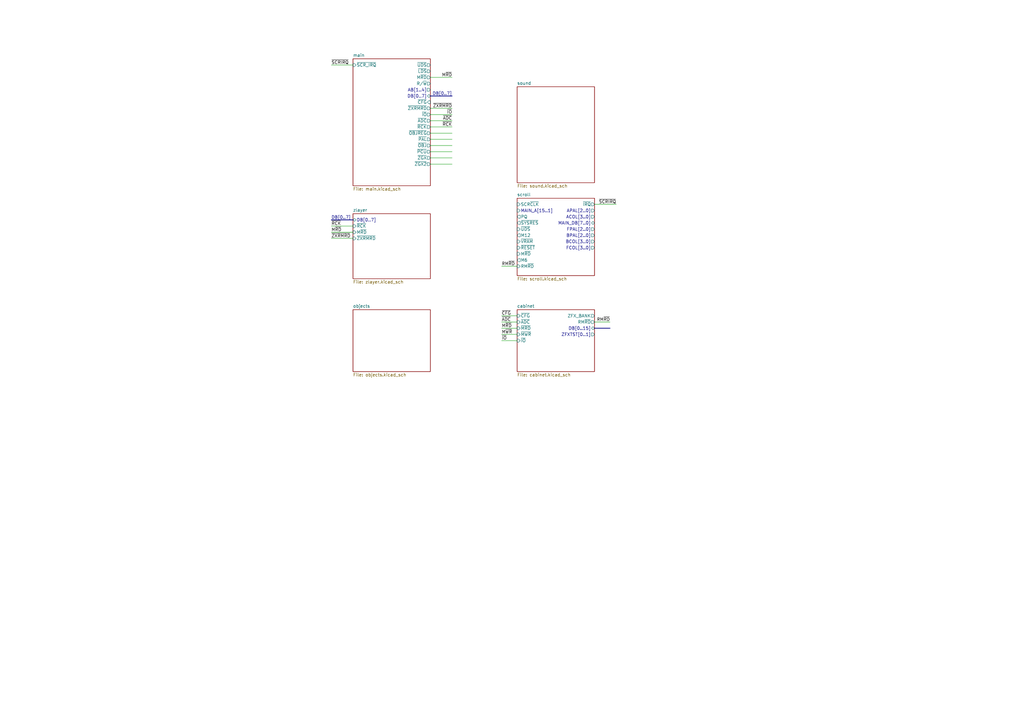
<source format=kicad_sch>
(kicad_sch
	(version 20231120)
	(generator "eeschema")
	(generator_version "8.0")
	(uuid "8184121b-5d93-49c3-ac6c-bca02e3bbc2c")
	(paper "A3")
	(title_block
		(date "2025-06-21")
		(company "JOTEGO")
	)
	(lib_symbols)
	(wire
		(pts
			(xy 205.74 109.22) (xy 212.09 109.22)
		)
		(stroke
			(width 0)
			(type default)
		)
		(uuid "07ec9b6a-c4bf-4cdc-bf78-ef35076bbd83")
	)
	(wire
		(pts
			(xy 205.74 132.08) (xy 212.09 132.08)
		)
		(stroke
			(width 0)
			(type default)
		)
		(uuid "0d7ad883-5677-4fc4-9b66-bd2fe58425c1")
	)
	(wire
		(pts
			(xy 176.53 44.45) (xy 185.42 44.45)
		)
		(stroke
			(width 0)
			(type default)
		)
		(uuid "1f304b5b-cc13-4a1e-97db-a01e35277d8e")
	)
	(wire
		(pts
			(xy 176.53 62.23) (xy 185.42 62.23)
		)
		(stroke
			(width 0)
			(type default)
		)
		(uuid "3dc05ed1-716b-44f4-87d8-a2892ebb315a")
	)
	(wire
		(pts
			(xy 243.84 83.82) (xy 252.73 83.82)
		)
		(stroke
			(width 0)
			(type default)
		)
		(uuid "40a53213-2bb0-4f92-ad38-5d9600134075")
	)
	(wire
		(pts
			(xy 205.74 139.7) (xy 212.09 139.7)
		)
		(stroke
			(width 0)
			(type default)
		)
		(uuid "42460ccd-ec6f-4436-954b-f23830e4f4b5")
	)
	(wire
		(pts
			(xy 205.74 137.16) (xy 212.09 137.16)
		)
		(stroke
			(width 0)
			(type default)
		)
		(uuid "4cd3909a-6cc0-4b2c-a21a-1d6ddf6d3ad0")
	)
	(wire
		(pts
			(xy 185.42 31.75) (xy 176.53 31.75)
		)
		(stroke
			(width 0)
			(type default)
		)
		(uuid "5e12af44-120a-49b4-80ed-fb6511ab96ae")
	)
	(wire
		(pts
			(xy 176.53 46.99) (xy 185.42 46.99)
		)
		(stroke
			(width 0)
			(type default)
		)
		(uuid "64d410fc-6446-4b12-9875-0f3612752ca5")
	)
	(wire
		(pts
			(xy 176.53 52.07) (xy 185.42 52.07)
		)
		(stroke
			(width 0)
			(type default)
		)
		(uuid "71a1db1f-8e9b-4470-a964-1cd14f4a5b48")
	)
	(wire
		(pts
			(xy 135.89 26.67) (xy 144.78 26.67)
		)
		(stroke
			(width 0)
			(type default)
		)
		(uuid "76068686-79f0-4bc8-9ccf-5dad86573727")
	)
	(wire
		(pts
			(xy 176.53 57.15) (xy 185.42 57.15)
		)
		(stroke
			(width 0)
			(type default)
		)
		(uuid "76819895-32a0-4cdb-8226-0455884047df")
	)
	(bus
		(pts
			(xy 176.53 39.37) (xy 185.42 39.37)
		)
		(stroke
			(width 0)
			(type default)
		)
		(uuid "7c5bd7e8-dfec-4a89-98dd-5544f8b183bd")
	)
	(bus
		(pts
			(xy 243.84 134.62) (xy 250.19 134.62)
		)
		(stroke
			(width 0)
			(type default)
		)
		(uuid "85abacae-cb4c-4890-bfed-80f10d143a1e")
	)
	(bus
		(pts
			(xy 144.78 90.17) (xy 135.89 90.17)
		)
		(stroke
			(width 0)
			(type default)
		)
		(uuid "88205a00-7409-4490-a64c-db690d68a435")
	)
	(wire
		(pts
			(xy 176.53 49.53) (xy 185.42 49.53)
		)
		(stroke
			(width 0)
			(type default)
		)
		(uuid "89d18f4d-a101-4127-af9a-43e4ce9d4cc9")
	)
	(wire
		(pts
			(xy 176.53 59.69) (xy 185.42 59.69)
		)
		(stroke
			(width 0)
			(type default)
		)
		(uuid "92400462-a9ea-4844-b259-be9859f6a6fb")
	)
	(wire
		(pts
			(xy 135.89 92.71) (xy 144.78 92.71)
		)
		(stroke
			(width 0)
			(type default)
		)
		(uuid "96cfe22c-5bd4-4cf2-94cf-755f2d08a9a9")
	)
	(wire
		(pts
			(xy 176.53 64.77) (xy 185.42 64.77)
		)
		(stroke
			(width 0)
			(type default)
		)
		(uuid "9cf72c73-4a1d-4b94-a171-f2a85c473bbc")
	)
	(wire
		(pts
			(xy 176.53 67.31) (xy 185.42 67.31)
		)
		(stroke
			(width 0)
			(type default)
		)
		(uuid "b4e9d2c0-7659-4e11-bd9f-d5f5530f1f06")
	)
	(wire
		(pts
			(xy 250.19 132.08) (xy 243.84 132.08)
		)
		(stroke
			(width 0)
			(type default)
		)
		(uuid "c9892306-403d-4965-81d2-87970a967a07")
	)
	(wire
		(pts
			(xy 135.89 95.25) (xy 144.78 95.25)
		)
		(stroke
			(width 0)
			(type default)
		)
		(uuid "d643fe94-7417-436f-a50c-74df677ead0d")
	)
	(wire
		(pts
			(xy 205.74 134.62) (xy 212.09 134.62)
		)
		(stroke
			(width 0)
			(type default)
		)
		(uuid "dd843e52-3836-4a57-8588-1dabd7b95574")
	)
	(wire
		(pts
			(xy 144.78 97.79) (xy 135.89 97.79)
		)
		(stroke
			(width 0)
			(type default)
		)
		(uuid "df9148fa-1c2a-45a2-b6ce-70b39357b9e2")
	)
	(wire
		(pts
			(xy 176.53 54.61) (xy 185.42 54.61)
		)
		(stroke
			(width 0)
			(type default)
		)
		(uuid "e4fb4bc4-661b-4f96-9ecc-66afc3346d5a")
	)
	(wire
		(pts
			(xy 205.74 129.54) (xy 212.09 129.54)
		)
		(stroke
			(width 0)
			(type default)
		)
		(uuid "f0f965db-7b18-4de6-b666-8cd2561b4d63")
	)
	(label "M~{RD}"
		(at 135.89 95.25 0)
		(effects
			(font
				(size 1.27 1.27)
			)
			(justify left bottom)
		)
		(uuid "31729a1c-da77-4758-8ec5-7a978828e552")
	)
	(label "M~{RD}"
		(at 185.42 31.75 180)
		(effects
			(font
				(size 1.27 1.27)
			)
			(justify right bottom)
		)
		(uuid "3f00e394-0306-4947-bdcb-ef2dd7cd7d6e")
	)
	(label "~{SCRIRQ}"
		(at 252.73 83.82 180)
		(effects
			(font
				(size 1.27 1.27)
			)
			(justify right bottom)
		)
		(uuid "43244d07-213f-4314-8ad7-2a1650742c2f")
	)
	(label "~{ZXRMRD}"
		(at 135.89 97.79 0)
		(effects
			(font
				(size 1.27 1.27)
			)
			(justify left bottom)
		)
		(uuid "43a7c0db-641a-40f6-8925-7989b38989aa")
	)
	(label "RM~{RD}"
		(at 205.74 109.22 0)
		(effects
			(font
				(size 1.27 1.27)
			)
			(justify left bottom)
		)
		(uuid "75ab55a6-e7b4-405f-9f45-77146c9f564b")
	)
	(label "~{ZXRMRD}"
		(at 185.42 44.45 180)
		(effects
			(font
				(size 1.27 1.27)
			)
			(justify right bottom)
		)
		(uuid "75be8ac2-3adc-4c7f-8f4a-627aa8b04619")
	)
	(label "~{IO}"
		(at 185.42 46.99 180)
		(effects
			(font
				(size 1.27 1.27)
			)
			(justify right bottom)
		)
		(uuid "76c213b1-ab39-4746-ba70-7e901a696fad")
	)
	(label "RM~{RD}"
		(at 250.19 132.08 180)
		(effects
			(font
				(size 1.27 1.27)
			)
			(justify right bottom)
		)
		(uuid "78840a6a-1110-4629-a855-d69fecb88939")
	)
	(label "~{RCK}"
		(at 135.89 92.71 0)
		(effects
			(font
				(size 1.27 1.27)
			)
			(justify left bottom)
		)
		(uuid "86b86561-27cf-4d8a-a894-435457005a78")
	)
	(label "~{CFG}"
		(at 205.74 129.54 0)
		(effects
			(font
				(size 1.27 1.27)
			)
			(justify left bottom)
		)
		(uuid "8c627a7b-f54b-46e7-a293-c5f9979eb8ad")
	)
	(label "M~{WR}"
		(at 205.74 137.16 0)
		(effects
			(font
				(size 1.27 1.27)
			)
			(justify left bottom)
		)
		(uuid "9d2e9cb7-450a-492d-babf-1f4ac0d800b4")
	)
	(label "DB[0..7]"
		(at 185.42 39.37 180)
		(effects
			(font
				(size 1.27 1.27)
			)
			(justify right bottom)
		)
		(uuid "9eb22cce-f1d8-4464-8943-ab5535fd3541")
	)
	(label "~{RCK}"
		(at 185.42 52.07 180)
		(effects
			(font
				(size 1.27 1.27)
			)
			(justify right bottom)
		)
		(uuid "a227cbfe-11ff-40ea-a638-2de36cbfa673")
	)
	(label "M~{RD}"
		(at 205.74 134.62 0)
		(effects
			(font
				(size 1.27 1.27)
			)
			(justify left bottom)
		)
		(uuid "a885cc94-e1c6-4d8d-b8de-953ef0435089")
	)
	(label "~{IO}"
		(at 205.74 139.7 0)
		(effects
			(font
				(size 1.27 1.27)
			)
			(justify left bottom)
		)
		(uuid "ae9bf4d7-8b39-4128-81c4-c5efef7fc305")
	)
	(label "~{ADC}"
		(at 205.74 132.08 0)
		(effects
			(font
				(size 1.27 1.27)
			)
			(justify left bottom)
		)
		(uuid "ca3af685-8b4f-46f5-afd2-17968e64d41b")
	)
	(label "~{ADC}"
		(at 185.42 49.53 180)
		(effects
			(font
				(size 1.27 1.27)
			)
			(justify right bottom)
		)
		(uuid "cb84fc3a-75b7-4d72-b5ad-979fb299465c")
	)
	(label "DB[0..7]"
		(at 135.89 90.17 0)
		(effects
			(font
				(size 1.27 1.27)
			)
			(justify left bottom)
		)
		(uuid "da0543ec-b91c-4b25-bd4c-2cb6b12536e5")
	)
	(label "~{SCRIRQ}"
		(at 135.89 26.67 0)
		(effects
			(font
				(size 1.27 1.27)
			)
			(justify left bottom)
		)
		(uuid "f02c868e-083f-4abf-9385-ef199f55a174")
	)
	(sheet
		(at 212.09 81.28)
		(size 31.75 31.75)
		(fields_autoplaced yes)
		(stroke
			(width 0.1524)
			(type solid)
		)
		(fill
			(color 0 0 0 0.0000)
		)
		(uuid "3b5e0172-effd-4bf0-9eb5-13167f0ef266")
		(property "Sheetname" "scroll"
			(at 212.09 80.5684 0)
			(effects
				(font
					(size 1.27 1.27)
				)
				(justify left bottom)
			)
		)
		(property "Sheetfile" "scroll.kicad_sch"
			(at 212.09 113.6146 0)
			(effects
				(font
					(size 1.27 1.27)
				)
				(justify left top)
			)
		)
		(pin "SCR~{CLK}" input
			(at 212.09 83.82 180)
			(effects
				(font
					(size 1.27 1.27)
				)
				(justify left)
			)
			(uuid "bab3b58d-55bb-47ea-82bf-676b23a29c9d")
		)
		(pin "MAIN_A[15..1]" input
			(at 212.09 86.36 180)
			(effects
				(font
					(size 1.27 1.27)
				)
				(justify left)
			)
			(uuid "61bafea3-f2f9-4c41-b8f2-0ccd97657eab")
		)
		(pin "PQ" output
			(at 212.09 88.9 180)
			(effects
				(font
					(size 1.27 1.27)
				)
				(justify left)
			)
			(uuid "a632fbcd-81f5-4e28-93f4-3d3e415ae58b")
		)
		(pin "~{IRQ}" output
			(at 243.84 83.82 0)
			(effects
				(font
					(size 1.27 1.27)
				)
				(justify right)
			)
			(uuid "40fabe38-29b4-43e2-b00e-dc79fb5f7b3c")
		)
		(pin "~{SYSRES}" output
			(at 212.09 91.44 180)
			(effects
				(font
					(size 1.27 1.27)
				)
				(justify left)
			)
			(uuid "470addb0-d9dc-47a8-9d23-f51151699961")
		)
		(pin "~{UDS}" input
			(at 212.09 93.98 180)
			(effects
				(font
					(size 1.27 1.27)
				)
				(justify left)
			)
			(uuid "a190b694-0a0f-41d0-9114-b1d04bf51f29")
		)
		(pin "~{VRAM}" input
			(at 212.09 99.06 180)
			(effects
				(font
					(size 1.27 1.27)
				)
				(justify left)
			)
			(uuid "93fdc321-e886-4b2c-b74e-b7f379affe45")
		)
		(pin "~{RESET}" input
			(at 212.09 101.6 180)
			(effects
				(font
					(size 1.27 1.27)
				)
				(justify left)
			)
			(uuid "c69bcdbe-8e13-4ea9-b58b-2d38aa74a067")
		)
		(pin "M~{RD}" input
			(at 212.09 104.14 180)
			(effects
				(font
					(size 1.27 1.27)
				)
				(justify left)
			)
			(uuid "3dbd3836-ba9b-483a-a8a1-5f1e05d3f8a7")
		)
		(pin "APAL[2..0]" output
			(at 243.84 86.36 0)
			(effects
				(font
					(size 1.27 1.27)
				)
				(justify right)
			)
			(uuid "411094d7-64a9-4c04-b9ab-8ca9d2e7cadd")
		)
		(pin "ACOL[3..0]" output
			(at 243.84 88.9 0)
			(effects
				(font
					(size 1.27 1.27)
				)
				(justify right)
			)
			(uuid "5a3e5640-ef7c-427a-b10e-55e12d35b97f")
		)
		(pin "M12" output
			(at 212.09 96.52 180)
			(effects
				(font
					(size 1.27 1.27)
				)
				(justify left)
			)
			(uuid "d4a57f91-6250-4377-80a2-bd1538ef85ea")
		)
		(pin "M6" output
			(at 212.09 106.68 180)
			(effects
				(font
					(size 1.27 1.27)
				)
				(justify left)
			)
			(uuid "b091328a-8a7d-49ea-b1c0-fec8acda207c")
		)
		(pin "MAIN_DB[7..0]" bidirectional
			(at 243.84 91.44 0)
			(effects
				(font
					(size 1.27 1.27)
				)
				(justify right)
			)
			(uuid "d7db4688-7fa6-429d-9a32-48cfa693a0b3")
		)
		(pin "FPAL[2..0]" output
			(at 243.84 93.98 0)
			(effects
				(font
					(size 1.27 1.27)
				)
				(justify right)
			)
			(uuid "ddd39888-d7a3-489d-a3f9-f0dc508966d1")
		)
		(pin "BPAL[2..0]" output
			(at 243.84 96.52 0)
			(effects
				(font
					(size 1.27 1.27)
				)
				(justify right)
			)
			(uuid "7d39fd03-8fac-4fe4-b8ab-3e41193d63a2")
		)
		(pin "BCOL[3..0]" output
			(at 243.84 99.06 0)
			(effects
				(font
					(size 1.27 1.27)
				)
				(justify right)
			)
			(uuid "548dd454-ea88-4f9a-a18e-5cd993bd5a65")
		)
		(pin "FCOL[3..0]" output
			(at 243.84 101.6 0)
			(effects
				(font
					(size 1.27 1.27)
				)
				(justify right)
			)
			(uuid "8febdab5-0dff-4da9-838b-517ab6d12e5c")
		)
		(pin "RM~{RD}" input
			(at 212.09 109.22 180)
			(effects
				(font
					(size 1.27 1.27)
				)
				(justify left)
			)
			(uuid "7878def3-cfee-43c4-8819-95aabca4d9cd")
		)
		(instances
			(project "glfgreat"
				(path "/8184121b-5d93-49c3-ac6c-bca02e3bbc2c"
					(page "5")
				)
			)
		)
	)
	(sheet
		(at 212.09 127)
		(size 31.75 25.4)
		(fields_autoplaced yes)
		(stroke
			(width 0.1524)
			(type solid)
		)
		(fill
			(color 0 0 0 0.0000)
		)
		(uuid "548078bf-b4f5-451a-aad5-6dcdcc580e03")
		(property "Sheetname" "cabinet"
			(at 212.09 126.2884 0)
			(effects
				(font
					(size 1.27 1.27)
				)
				(justify left bottom)
			)
		)
		(property "Sheetfile" "cabinet.kicad_sch"
			(at 212.09 152.9846 0)
			(effects
				(font
					(size 1.27 1.27)
				)
				(justify left top)
			)
		)
		(pin "ZFX_BANK" output
			(at 243.84 129.54 0)
			(effects
				(font
					(size 1.27 1.27)
				)
				(justify right)
			)
			(uuid "c0a2bcf8-aa87-4e01-9665-61748fa5f352")
		)
		(pin "RM~{RD}" output
			(at 243.84 132.08 0)
			(effects
				(font
					(size 1.27 1.27)
				)
				(justify right)
			)
			(uuid "f91645ba-f402-44a7-9063-7282720fd6cf")
		)
		(pin "DB[0..15]" bidirectional
			(at 243.84 134.62 0)
			(effects
				(font
					(size 1.27 1.27)
				)
				(justify right)
			)
			(uuid "7a662698-d4c6-4ebf-ada6-49c0cb80347a")
		)
		(pin "~{CFG}" input
			(at 212.09 129.54 180)
			(effects
				(font
					(size 1.27 1.27)
				)
				(justify left)
			)
			(uuid "ba9fcd8c-1e95-4d81-a807-7bb2bfbeda09")
		)
		(pin "ZFXTST[0..1]" output
			(at 243.84 137.16 0)
			(effects
				(font
					(size 1.27 1.27)
				)
				(justify right)
			)
			(uuid "23001c75-3c94-4d4d-b2a5-f1b47db340d5")
		)
		(pin "~{ADC}" input
			(at 212.09 132.08 180)
			(effects
				(font
					(size 1.27 1.27)
				)
				(justify left)
			)
			(uuid "e3423275-efea-43e1-8423-602c8215d3d7")
		)
		(pin "~{MRD}" input
			(at 212.09 134.62 180)
			(effects
				(font
					(size 1.27 1.27)
				)
				(justify left)
			)
			(uuid "dbffdc00-f047-40ae-89dc-43f63510cf9e")
		)
		(pin "~{MWR}" input
			(at 212.09 137.16 180)
			(effects
				(font
					(size 1.27 1.27)
				)
				(justify left)
			)
			(uuid "006f8923-75af-47e5-9b12-fa31857f1fe6")
		)
		(pin "~{IO}" input
			(at 212.09 139.7 180)
			(effects
				(font
					(size 1.27 1.27)
				)
				(justify left)
			)
			(uuid "69412d37-e30a-449e-bead-9c22870ce7d4")
		)
		(instances
			(project "glfgreat"
				(path "/8184121b-5d93-49c3-ac6c-bca02e3bbc2c"
					(page "7")
				)
			)
		)
	)
	(sheet
		(at 144.78 24.13)
		(size 31.75 52.07)
		(fields_autoplaced yes)
		(stroke
			(width 0.1524)
			(type solid)
		)
		(fill
			(color 0 0 0 0.0000)
		)
		(uuid "65155df9-4276-4bff-a829-31b4abdf0b63")
		(property "Sheetname" "main"
			(at 144.78 23.4184 0)
			(effects
				(font
					(size 1.27 1.27)
				)
				(justify left bottom)
			)
		)
		(property "Sheetfile" "main.kicad_sch"
			(at 144.78 76.7846 0)
			(effects
				(font
					(size 1.27 1.27)
				)
				(justify left top)
			)
		)
		(pin "~{UDS}" output
			(at 176.53 26.67 0)
			(effects
				(font
					(size 1.27 1.27)
				)
				(justify right)
			)
			(uuid "38a34774-c821-4cb9-922a-419547863a3a")
		)
		(pin "~{SCR_IRQ}" input
			(at 144.78 26.67 180)
			(effects
				(font
					(size 1.27 1.27)
				)
				(justify left)
			)
			(uuid "307b29cc-32e7-4224-bc64-e02cf0bef8fd")
		)
		(pin "~{CFG}" input
			(at 176.53 41.91 0)
			(effects
				(font
					(size 1.27 1.27)
				)
				(justify right)
			)
			(uuid "edccf708-910c-40c1-9980-587d77559478")
		)
		(pin "~{LDS}" output
			(at 176.53 29.21 0)
			(effects
				(font
					(size 1.27 1.27)
				)
				(justify right)
			)
			(uuid "baec1102-cb45-4f0c-a27e-6291752fd56b")
		)
		(pin "M~{RD}" output
			(at 176.53 31.75 0)
			(effects
				(font
					(size 1.27 1.27)
				)
				(justify right)
			)
			(uuid "68dd0a13-0aee-4033-bf26-55f378c9842a")
		)
		(pin "R{slash}~{W}" output
			(at 176.53 34.29 0)
			(effects
				(font
					(size 1.27 1.27)
				)
				(justify right)
			)
			(uuid "4f17b4de-d641-4c2e-88b5-4c63eeab3a59")
		)
		(pin "AB[1..4]" output
			(at 176.53 36.83 0)
			(effects
				(font
					(size 1.27 1.27)
				)
				(justify right)
			)
			(uuid "b865c8e8-3c2c-4278-a1e1-b6440feb6f8a")
		)
		(pin "DB[0..7]" tri_state
			(at 176.53 39.37 0)
			(effects
				(font
					(size 1.27 1.27)
				)
				(justify right)
			)
			(uuid "5902ac17-23e3-4dc0-a8f6-586df50c86c8")
		)
		(pin "~{ZXRMRD}" output
			(at 176.53 44.45 0)
			(effects
				(font
					(size 1.27 1.27)
				)
				(justify right)
			)
			(uuid "d601fe84-7727-4fb9-908a-fd3d60e58f8c")
		)
		(pin "~{IO}" output
			(at 176.53 46.99 0)
			(effects
				(font
					(size 1.27 1.27)
				)
				(justify right)
			)
			(uuid "683ef1b9-b3a9-4458-96ff-969781e481b4")
		)
		(pin "~{ADC}" output
			(at 176.53 49.53 0)
			(effects
				(font
					(size 1.27 1.27)
				)
				(justify right)
			)
			(uuid "8e765c06-b21d-4180-8915-e5a3e48b878d")
		)
		(pin "~{RCK}" output
			(at 176.53 52.07 0)
			(effects
				(font
					(size 1.27 1.27)
				)
				(justify right)
			)
			(uuid "c0114a6e-b9aa-4e98-b0ec-0bb95849e94a")
		)
		(pin "~{OBJREG}" output
			(at 176.53 54.61 0)
			(effects
				(font
					(size 1.27 1.27)
				)
				(justify right)
			)
			(uuid "85708d23-bffe-41e3-88a1-eb982f241b81")
		)
		(pin "~{PAL}" output
			(at 176.53 57.15 0)
			(effects
				(font
					(size 1.27 1.27)
				)
				(justify right)
			)
			(uuid "81298359-b805-45b7-b1eb-079bc14804e6")
		)
		(pin "~{OBJ}" output
			(at 176.53 59.69 0)
			(effects
				(font
					(size 1.27 1.27)
				)
				(justify right)
			)
			(uuid "d2a2b7d6-6fdd-4233-9862-726b1010b9d6")
		)
		(pin "~{PCU}" output
			(at 176.53 62.23 0)
			(effects
				(font
					(size 1.27 1.27)
				)
				(justify right)
			)
			(uuid "b4be8b26-3620-412e-bcf2-53216a47d8fb")
		)
		(pin "~{ZGX}" output
			(at 176.53 64.77 0)
			(effects
				(font
					(size 1.27 1.27)
				)
				(justify right)
			)
			(uuid "99870f1d-b4e6-4843-a940-49e903e9630d")
		)
		(pin "~{ZGX2}" output
			(at 176.53 67.31 0)
			(effects
				(font
					(size 1.27 1.27)
				)
				(justify right)
			)
			(uuid "8be61451-f2ea-4f91-8374-d1390adc4977")
		)
		(instances
			(project "glfgreat"
				(path "/8184121b-5d93-49c3-ac6c-bca02e3bbc2c"
					(page "2")
				)
			)
		)
	)
	(sheet
		(at 144.78 87.63)
		(size 31.75 26.67)
		(fields_autoplaced yes)
		(stroke
			(width 0.1524)
			(type solid)
		)
		(fill
			(color 0 0 0 0.0000)
		)
		(uuid "6ef1a542-49fe-4a18-8d4d-dcc4a7e7d3db")
		(property "Sheetname" "zlayer"
			(at 144.78 86.9184 0)
			(effects
				(font
					(size 1.27 1.27)
				)
				(justify left bottom)
			)
		)
		(property "Sheetfile" "zlayer.kicad_sch"
			(at 144.78 114.8846 0)
			(effects
				(font
					(size 1.27 1.27)
				)
				(justify left top)
			)
		)
		(pin "DB[0..7]" bidirectional
			(at 144.78 90.17 180)
			(effects
				(font
					(size 1.27 1.27)
				)
				(justify left)
			)
			(uuid "a258fd3d-c15b-4cce-9520-1d952b8549ea")
		)
		(pin "~{RCK}" input
			(at 144.78 92.71 180)
			(effects
				(font
					(size 1.27 1.27)
				)
				(justify left)
			)
			(uuid "7ab189a6-60ab-4c4a-875b-79b47698dc3d")
		)
		(pin "M~{RD}" input
			(at 144.78 95.25 180)
			(effects
				(font
					(size 1.27 1.27)
				)
				(justify left)
			)
			(uuid "39e8e0f7-7d2c-420d-85b2-0ebf362cf1e3")
		)
		(pin "~{ZXRMRD}" input
			(at 144.78 97.79 180)
			(effects
				(font
					(size 1.27 1.27)
				)
				(justify left)
			)
			(uuid "36333d50-7e9b-44f3-bd86-ea72850e788f")
		)
		(instances
			(project "glfgreat"
				(path "/8184121b-5d93-49c3-ac6c-bca02e3bbc2c"
					(page "4")
				)
			)
		)
	)
	(sheet
		(at 212.09 35.56)
		(size 31.75 39.37)
		(fields_autoplaced yes)
		(stroke
			(width 0.1524)
			(type solid)
		)
		(fill
			(color 0 0 0 0.0000)
		)
		(uuid "da7278a7-6874-451a-899c-ee5d66f39370")
		(property "Sheetname" "sound"
			(at 212.09 34.8484 0)
			(effects
				(font
					(size 1.27 1.27)
				)
				(justify left bottom)
			)
		)
		(property "Sheetfile" "sound.kicad_sch"
			(at 212.09 75.5146 0)
			(effects
				(font
					(size 1.27 1.27)
				)
				(justify left top)
			)
		)
		(instances
			(project "glfgreat"
				(path "/8184121b-5d93-49c3-ac6c-bca02e3bbc2c"
					(page "3")
				)
			)
		)
	)
	(sheet
		(at 144.78 127)
		(size 31.75 25.4)
		(fields_autoplaced yes)
		(stroke
			(width 0.1524)
			(type solid)
		)
		(fill
			(color 0 0 0 0.0000)
		)
		(uuid "fcd761d3-6fa8-4ccf-bcf0-33f8dd85ebf6")
		(property "Sheetname" "objects"
			(at 144.78 126.2884 0)
			(effects
				(font
					(size 1.27 1.27)
				)
				(justify left bottom)
			)
		)
		(property "Sheetfile" "objects.kicad_sch"
			(at 144.78 152.9846 0)
			(effects
				(font
					(size 1.27 1.27)
				)
				(justify left top)
			)
		)
		(instances
			(project "glfgreat"
				(path "/8184121b-5d93-49c3-ac6c-bca02e3bbc2c"
					(page "6")
				)
			)
		)
	)
	(sheet_instances
		(path "/"
			(page "1")
		)
	)
)

</source>
